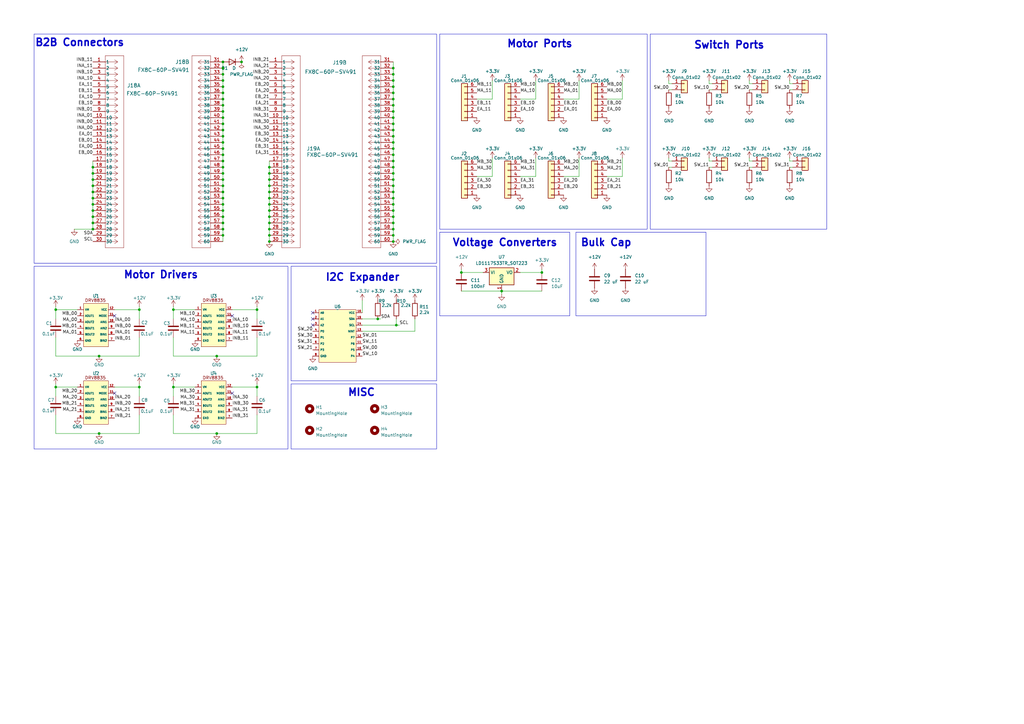
<source format=kicad_sch>
(kicad_sch (version 20231120) (generator "eeschema") (generator_version "8.0")
  (paper "A3")
  (junction (at 38.1 73.66))
  (junction (at 91.44 76.2))
  (junction (at 91.44 73.66))
  (junction (at 38.1 83.82))
  (junction (at 161.29 50.8))
  (junction (at 161.29 58.42))
  (junction (at 161.29 30.48))
  (junction (at 38.1 93.98))
  (junction (at 161.29 76.2))
  (junction (at 91.44 35.56))
  (junction (at 71.12 127))
  (junction (at 110.49 86.36))
  (junction (at 110.49 78.74))
  (junction (at 91.44 40.64))
  (junction (at 38.1 91.44))
  (junction (at 91.44 43.18))
  (junction (at 91.44 71.12))
  (junction (at 161.29 93.98))
  (junction (at 110.49 83.82))
  (junction (at 161.29 71.12))
  (junction (at 91.44 66.04))
  (junction (at 161.29 83.82))
  (junction (at 91.44 60.96))
  (junction (at 161.29 91.44))
  (junction (at 110.49 93.98))
  (junction (at 91.44 88.9))
  (junction (at 161.29 96.52))
  (junction (at 99.06 25.4))
  (junction (at 40.64 146.05))
  (junction (at 88.9 146.05))
  (junction (at 91.44 83.82))
  (junction (at 91.44 48.26))
  (junction (at 110.49 76.2))
  (junction (at 71.12 158.75))
  (junction (at 205.74 119.38))
  (junction (at 161.29 45.72))
  (junction (at 38.1 78.74))
  (junction (at 161.29 43.18))
  (junction (at 161.29 78.74))
  (junction (at 91.44 55.88))
  (junction (at 91.44 27.94))
  (junction (at 105.41 158.75))
  (junction (at 105.41 127))
  (junction (at 161.29 60.96))
  (junction (at 161.29 68.58))
  (junction (at 91.44 38.1))
  (junction (at 91.44 30.48))
  (junction (at 161.29 99.06))
  (junction (at 22.86 158.75))
  (junction (at 91.44 96.52))
  (junction (at 91.44 93.98))
  (junction (at 38.1 88.9))
  (junction (at 110.49 68.58))
  (junction (at 38.1 81.28))
  (junction (at 161.29 66.04))
  (junction (at 161.29 48.26))
  (junction (at 161.29 86.36))
  (junction (at 91.44 78.74))
  (junction (at 91.44 63.5))
  (junction (at 91.44 81.28))
  (junction (at 110.49 91.44))
  (junction (at 161.29 55.88))
  (junction (at 110.49 81.28))
  (junction (at 162.56 133.35))
  (junction (at 161.29 63.5))
  (junction (at 161.29 73.66))
  (junction (at 189.23 111.76))
  (junction (at 57.15 127))
  (junction (at 91.44 53.34))
  (junction (at 110.49 73.66))
  (junction (at 110.49 88.9))
  (junction (at 161.29 27.94))
  (junction (at 38.1 76.2))
  (junction (at 91.44 58.42))
  (junction (at 38.1 71.12))
  (junction (at 161.29 53.34))
  (junction (at 38.1 86.36))
  (junction (at 38.1 68.58))
  (junction (at 91.44 25.4))
  (junction (at 40.64 177.8))
  (junction (at 57.15 158.75))
  (junction (at 161.29 81.28))
  (junction (at 161.29 40.64))
  (junction (at 161.29 38.1))
  (junction (at 161.29 88.9))
  (junction (at 161.29 33.02))
  (junction (at 91.44 45.72))
  (junction (at 110.49 96.52))
  (junction (at 91.44 68.58))
  (junction (at 222.25 111.76))
  (junction (at 110.49 71.12))
  (junction (at 88.9 177.8))
  (junction (at 22.86 127))
  (junction (at 91.44 86.36))
  (junction (at 161.29 35.56))
  (junction (at 110.49 99.06))
  (junction (at 91.44 91.44))
  (junction (at 91.44 33.02))
  (junction (at 154.94 130.81))
  (junction (at 91.44 50.8))
  (no_connect (at 46.99 129.54))
  (no_connect (at 128.27 128.27))
  (no_connect (at 95.25 129.54))
  (no_connect (at 95.25 161.29))
  (no_connect (at 46.99 161.29))
  (no_connect (at 128.27 130.81))
  (no_connect (at 128.27 133.35))
  (wire (pts (xy 95.25 158.75) (xy 105.41 158.75)))
  (wire (pts (xy 201.93 72.39) (xy 201.93 64.77)))
  (wire (pts (xy 195.58 72.39) (xy 201.93 72.39)))
  (wire (pts (xy 91.44 81.28) (xy 91.44 83.82)))
  (wire (pts (xy 22.86 158.75) (xy 31.75 158.75)))
  (wire (pts (xy 161.29 81.28) (xy 161.29 83.82)))
  (wire (pts (xy 307.34 34.29) (xy 308.61 34.29)))
  (wire (pts (xy 161.29 35.56) (xy 161.29 38.1)))
  (wire (pts (xy 110.49 76.2) (xy 110.49 78.74)))
  (wire (pts (xy 40.64 146.05) (xy 22.86 146.05)))
  (wire (pts (xy 255.27 40.64) (xy 255.27 33.02)))
  (wire (pts (xy 105.41 158.75) (xy 105.41 162.56)))
  (wire (pts (xy 91.44 68.58) (xy 91.44 71.12)))
  (wire (pts (xy 148.59 133.35) (xy 162.56 133.35)))
  (wire (pts (xy 189.23 119.38) (xy 205.74 119.38)))
  (wire (pts (xy 91.44 53.34) (xy 91.44 55.88)))
  (wire (pts (xy 38.1 73.66) (xy 38.1 76.2)))
  (wire (pts (xy 161.29 93.98) (xy 161.29 96.52)))
  (wire (pts (xy 161.29 27.94) (xy 161.29 30.48)))
  (wire (pts (xy 38.1 78.74) (xy 38.1 81.28)))
  (wire (pts (xy 323.85 36.83) (xy 325.12 36.83)))
  (wire (pts (xy 91.44 93.98) (xy 91.44 96.52)))
  (wire (pts (xy 148.59 130.81) (xy 154.94 130.81)))
  (wire (pts (xy 161.29 68.58) (xy 161.29 71.12)))
  (wire (pts (xy 274.32 64.77) (xy 274.32 66.04)))
  (wire (pts (xy 91.44 38.1) (xy 91.44 40.64)))
  (wire (pts (xy 91.44 35.56) (xy 91.44 38.1)))
  (wire (pts (xy 274.32 34.29) (xy 275.59 34.29)))
  (wire (pts (xy 290.83 33.02) (xy 290.83 34.29)))
  (wire (pts (xy 105.41 146.05) (xy 88.9 146.05)))
  (wire (pts (xy 91.44 27.94) (xy 91.44 30.48)))
  (wire (pts (xy 274.32 66.04) (xy 275.59 66.04)))
  (wire (pts (xy 161.29 25.4) (xy 161.29 27.94)))
  (wire (pts (xy 71.12 127) (xy 71.12 125.73)))
  (wire (pts (xy 110.49 83.82) (xy 110.49 86.36)))
  (wire (pts (xy 231.14 40.64) (xy 237.49 40.64)))
  (wire (pts (xy 91.44 58.42) (xy 91.44 60.96)))
  (wire (pts (xy 91.44 91.44) (xy 91.44 93.98)))
  (wire (pts (xy 91.44 45.72) (xy 91.44 48.26)))
  (wire (pts (xy 57.15 127) (xy 57.15 130.81)))
  (wire (pts (xy 110.49 86.36) (xy 110.49 88.9)))
  (wire (pts (xy 213.36 40.64) (xy 219.71 40.64)))
  (wire (pts (xy 161.29 43.18) (xy 161.29 45.72)))
  (wire (pts (xy 38.1 88.9) (xy 38.1 91.44)))
  (wire (pts (xy 71.12 158.75) (xy 80.01 158.75)))
  (wire (pts (xy 105.41 127) (xy 105.41 125.73)))
  (wire (pts (xy 91.44 73.66) (xy 91.44 76.2)))
  (wire (pts (xy 161.29 86.36) (xy 161.29 88.9)))
  (wire (pts (xy 237.49 40.64) (xy 237.49 33.02)))
  (wire (pts (xy 91.44 40.64) (xy 91.44 43.18)))
  (wire (pts (xy 88.9 177.8) (xy 71.12 177.8)))
  (wire (pts (xy 290.83 36.83) (xy 292.1 36.83)))
  (wire (pts (xy 57.15 177.8) (xy 40.64 177.8)))
  (wire (pts (xy 161.29 53.34) (xy 161.29 55.88)))
  (wire (pts (xy 248.92 40.64) (xy 255.27 40.64)))
  (wire (pts (xy 71.12 177.8) (xy 71.12 170.18)))
  (wire (pts (xy 161.29 48.26) (xy 161.29 50.8)))
  (wire (pts (xy 88.9 146.05) (xy 71.12 146.05)))
  (wire (pts (xy 91.44 50.8) (xy 91.44 53.34)))
  (wire (pts (xy 22.86 127) (xy 22.86 125.73)))
  (wire (pts (xy 105.41 138.43) (xy 105.41 146.05)))
  (wire (pts (xy 71.12 146.05) (xy 71.12 138.43)))
  (wire (pts (xy 237.49 72.39) (xy 237.49 64.77)))
  (wire (pts (xy 91.44 63.5) (xy 91.44 66.04)))
  (wire (pts (xy 91.44 78.74) (xy 91.44 81.28)))
  (wire (pts (xy 323.85 66.04) (xy 325.12 66.04)))
  (wire (pts (xy 161.29 33.02) (xy 161.29 35.56)))
  (wire (pts (xy 290.83 34.29) (xy 292.1 34.29)))
  (wire (pts (xy 161.29 45.72) (xy 161.29 48.26)))
  (wire (pts (xy 161.29 76.2) (xy 161.29 78.74)))
  (wire (pts (xy 274.32 36.83) (xy 275.59 36.83)))
  (wire (pts (xy 110.49 71.12) (xy 110.49 73.66)))
  (wire (pts (xy 161.29 30.48) (xy 161.29 33.02)))
  (wire (pts (xy 38.1 81.28) (xy 38.1 83.82)))
  (wire (pts (xy 161.29 60.96) (xy 161.29 63.5)))
  (wire (pts (xy 57.15 158.75) (xy 57.15 162.56)))
  (wire (pts (xy 201.93 40.64) (xy 201.93 33.02)))
  (wire (pts (xy 38.1 83.82) (xy 38.1 86.36)))
  (wire (pts (xy 110.49 68.58) (xy 110.49 71.12)))
  (wire (pts (xy 91.44 88.9) (xy 91.44 91.44)))
  (wire (pts (xy 105.41 127) (xy 105.41 130.81)))
  (wire (pts (xy 105.41 177.8) (xy 88.9 177.8)))
  (wire (pts (xy 290.83 66.04) (xy 292.1 66.04)))
  (wire (pts (xy 46.99 158.75) (xy 57.15 158.75)))
  (wire (pts (xy 170.18 130.81) (xy 170.18 135.89)))
  (wire (pts (xy 91.44 55.88) (xy 91.44 58.42)))
  (wire (pts (xy 22.86 146.05) (xy 22.86 138.43)))
  (wire (pts (xy 323.85 64.77) (xy 323.85 66.04)))
  (wire (pts (xy 307.34 33.02) (xy 307.34 34.29)))
  (wire (pts (xy 148.59 135.89) (xy 170.18 135.89)))
  (wire (pts (xy 91.44 71.12) (xy 91.44 73.66)))
  (wire (pts (xy 38.1 68.58) (xy 38.1 71.12)))
  (wire (pts (xy 219.71 72.39) (xy 219.71 64.77)))
  (wire (pts (xy 22.86 127) (xy 22.86 130.81)))
  (wire (pts (xy 195.58 40.64) (xy 201.93 40.64)))
  (wire (pts (xy 148.59 123.19) (xy 148.59 128.27)))
  (wire (pts (xy 161.29 50.8) (xy 161.29 53.34)))
  (wire (pts (xy 110.49 91.44) (xy 110.49 93.98)))
  (wire (pts (xy 161.29 38.1) (xy 161.29 40.64)))
  (wire (pts (xy 110.49 66.04) (xy 110.49 68.58)))
  (wire (pts (xy 161.29 71.12) (xy 161.29 73.66)))
  (wire (pts (xy 91.44 30.48) (xy 91.44 33.02)))
  (wire (pts (xy 323.85 33.02) (xy 323.85 34.29)))
  (wire (pts (xy 57.15 170.18) (xy 57.15 177.8)))
  (wire (pts (xy 91.44 43.18) (xy 91.44 45.72)))
  (wire (pts (xy 161.29 83.82) (xy 161.29 86.36)))
  (wire (pts (xy 161.29 40.64) (xy 161.29 43.18)))
  (wire (pts (xy 40.64 177.8) (xy 22.86 177.8)))
  (wire (pts (xy 323.85 68.58) (xy 325.12 68.58)))
  (wire (pts (xy 71.12 127) (xy 71.12 130.81)))
  (wire (pts (xy 161.29 66.04) (xy 161.29 68.58)))
  (wire (pts (xy 57.15 127) (xy 57.15 125.73)))
  (wire (pts (xy 222.25 110.49) (xy 222.25 111.76)))
  (wire (pts (xy 161.29 73.66) (xy 161.29 76.2)))
  (wire (pts (xy 189.23 111.76) (xy 198.12 111.76)))
  (wire (pts (xy 57.15 138.43) (xy 57.15 146.05)))
  (wire (pts (xy 91.44 76.2) (xy 91.44 78.74)))
  (wire (pts (xy 105.41 158.75) (xy 105.41 157.48)))
  (wire (pts (xy 162.56 130.81) (xy 162.56 133.35)))
  (wire (pts (xy 22.86 127) (xy 31.75 127)))
  (wire (pts (xy 91.44 33.02) (xy 91.44 35.56)))
  (wire (pts (xy 91.44 25.4) (xy 91.44 27.94)))
  (wire (pts (xy 110.49 81.28) (xy 110.49 83.82)))
  (wire (pts (xy 38.1 66.04) (xy 38.1 68.58)))
  (wire (pts (xy 307.34 66.04) (xy 308.61 66.04)))
  (wire (pts (xy 91.44 66.04) (xy 91.44 68.58)))
  (wire (pts (xy 110.49 96.52) (xy 110.49 99.06)))
  (wire (pts (xy 274.32 33.02) (xy 274.32 34.29)))
  (wire (pts (xy 91.44 60.96) (xy 91.44 63.5)))
  (wire (pts (xy 290.83 64.77) (xy 290.83 66.04)))
  (wire (pts (xy 91.44 48.26) (xy 91.44 50.8)))
  (wire (pts (xy 189.23 110.49) (xy 189.23 111.76)))
  (wire (pts (xy 213.36 111.76) (xy 222.25 111.76)))
  (wire (pts (xy 110.49 78.74) (xy 110.49 81.28)))
  (wire (pts (xy 22.86 177.8) (xy 22.86 170.18)))
  (wire (pts (xy 91.44 86.36) (xy 91.44 88.9)))
  (wire (pts (xy 22.86 158.75) (xy 22.86 162.56)))
  (wire (pts (xy 57.15 146.05) (xy 40.64 146.05)))
  (wire (pts (xy 46.99 127) (xy 57.15 127)))
  (wire (pts (xy 161.29 96.52) (xy 161.29 99.06)))
  (wire (pts (xy 274.32 68.58) (xy 275.59 68.58)))
  (wire (pts (xy 161.29 58.42) (xy 161.29 60.96)))
  (wire (pts (xy 110.49 93.98) (xy 110.49 96.52)))
  (wire (pts (xy 71.12 158.75) (xy 71.12 162.56)))
  (wire (pts (xy 205.74 119.38) (xy 222.25 119.38)))
  (wire (pts (xy 91.44 83.82) (xy 91.44 86.36)))
  (wire (pts (xy 205.74 119.38) (xy 205.74 120.65)))
  (wire (pts (xy 231.14 72.39) (xy 237.49 72.39)))
  (wire (pts (xy 71.12 127) (xy 80.01 127)))
  (wire (pts (xy 161.29 91.44) (xy 161.29 93.98)))
  (wire (pts (xy 110.49 73.66) (xy 110.49 76.2)))
  (wire (pts (xy 161.29 88.9) (xy 161.29 91.44)))
  (wire (pts (xy 91.44 96.52) (xy 91.44 99.06)))
  (wire (pts (xy 307.34 64.77) (xy 307.34 66.04)))
  (wire (pts (xy 162.56 133.35) (xy 163.83 133.35)))
  (wire (pts (xy 38.1 76.2) (xy 38.1 78.74)))
  (wire (pts (xy 38.1 71.12) (xy 38.1 73.66)))
  (wire (pts (xy 161.29 63.5) (xy 161.29 66.04)))
  (wire (pts (xy 30.48 93.98) (xy 38.1 93.98)))
  (wire (pts (xy 22.86 158.75) (xy 22.86 157.48)))
  (wire (pts (xy 105.41 170.18) (xy 105.41 177.8)))
  (wire (pts (xy 307.34 68.58) (xy 308.61 68.58)))
  (wire (pts (xy 95.25 127) (xy 105.41 127)))
  (wire (pts (xy 323.85 34.29) (xy 325.12 34.29)))
  (wire (pts (xy 290.83 68.58) (xy 292.1 68.58)))
  (wire (pts (xy 213.36 72.39) (xy 219.71 72.39)))
  (wire (pts (xy 255.27 72.39) (xy 255.27 64.77)))
  (wire (pts (xy 71.12 158.75) (xy 71.12 157.48)))
  (wire (pts (xy 38.1 91.44) (xy 38.1 93.98)))
  (wire (pts (xy 248.92 72.39) (xy 255.27 72.39)))
  (wire (pts (xy 307.34 36.83) (xy 308.61 36.83)))
  (wire (pts (xy 154.94 130.81) (xy 156.21 130.81)))
  (wire (pts (xy 57.15 158.75) (xy 57.15 157.48)))
  (wire (pts (xy 161.29 78.74) (xy 161.29 81.28)))
  (wire (pts (xy 161.29 55.88) (xy 161.29 58.42)))
  (wire (pts (xy 219.71 40.64) (xy 219.71 33.02)))
  (wire (pts (xy 110.49 88.9) (xy 110.49 91.44)))
  (wire (pts (xy 38.1 86.36) (xy 38.1 88.9)))
  (rectangle (start 119.38 157.48) (end 179.07 184.15))
  (rectangle (start 119.38 109.22) (end 179.07 156.21))
  (rectangle (start 236.22 95.25) (end 289.56 129.54))
  (rectangle (start 13.97 109.22) (end 118.11 184.15))
  (rectangle (start 13.97 13.97) (end 179.07 107.95))
  (rectangle (start 180.34 95.25) (end 233.68 129.54))
  (rectangle (start 180.34 13.97) (end 265.43 93.98))
  (rectangle (start 266.7 13.97) (end 339.09 93.98))
  (text "B2B Connectors" (at 14.224 19.304 0) (effects (font (size 3 3) (thickness 0.6) (bold yes)) (justify left bottom)))
  (text "Bulk Cap" (at 237.998 101.346 0) (effects (font (size 3 3) (thickness 0.6) (bold yes)) (justify left bottom)))
  (text "Voltage Converters" (at 185.42 101.346 0) (effects (font (size 3 3) (thickness 0.6) (bold yes)) (justify left bottom)))
  (text "I2C Expander" (at 133.35 115.57 0) (effects (font (size 3 3) (thickness 0.6) (bold yes)) (justify left bottom)))
  (text "Motor Ports" (at 207.772 19.812 0) (effects (font (size 3 3) (thickness 0.6) (bold yes)) (justify left bottom)))
  (text "Switch Ports" (at 284.48 20.32 0) (effects (font (size 3 3) (thickness 0.6) (bold yes)) (justify left bottom)))
  (text "MISC" (at 142.494 162.814 0) (effects (font (size 3 3) (thickness 0.6) (bold yes)) (justify left bottom)))
  (text "Motor Drivers" (at 50.546 114.554 0) (effects (font (size 3 3) (thickness 0.6) (bold yes)) (justify left bottom)))
  (label "SW_30" (at 323.85 36.83 180))
  (label "MB_21" (at 31.75 166.37 180))
  (label "EA_21" (at 248.92 74.93 0))
  (label "EA_10" (at 213.36 45.72 0))
  (label "MA_00" (at 248.92 38.1 0))
  (label "EA_31" (at 110.49 63.5 180))
  (label "INA_20" (at 46.99 163.83 0))
  (label "MB_31" (at 80.01 166.37 180))
  (label "SW_01" (at 274.32 68.58 180))
  (label "INB_20" (at 110.49 30.48 180))
  (label "EB_01" (at 38.1 58.42 180))
  (label "EB_21" (at 110.49 40.64 180))
  (label "INA_01" (at 38.1 48.26 180))
  (label "SW_11" (at 148.59 140.97 0))
  (label "MA_11" (at 195.58 38.1 0))
  (label "INB_01" (at 46.99 139.7 0))
  (label "MB_01" (at 31.75 134.62 180))
  (label "MA_11" (at 80.01 137.16 180))
  (label "INB_31" (at 110.49 45.72 180))
  (label "INA_31" (at 110.49 48.26 180))
  (label "MA_00" (at 31.75 132.08 180))
  (label "EA_11" (at 38.1 35.56 180))
  (label "MB_21" (at 248.92 67.31 0))
  (label "EA_01" (at 231.14 45.72 0))
  (label "EA_10" (at 38.1 40.64 180))
  (label "INA_00" (at 46.99 132.08 0))
  (label "MB_20" (at 31.75 161.29 180))
  (label "MA_01" (at 231.14 38.1 0))
  (label "INB_01" (at 38.1 45.72 180))
  (label "MA_10" (at 80.01 132.08 180))
  (label "EB_11" (at 38.1 38.1 180))
  (label "INA_31" (at 95.25 168.91 0))
  (label "INB_10" (at 38.1 30.48 180))
  (label "MA_01" (at 31.75 137.16 180))
  (label "SDA" (at 38.1 96.52 180))
  (label "SW_21" (at 128.27 143.51 180))
  (label "INB_31" (at 95.25 171.45 0))
  (label "SW_21" (at 307.34 68.58 180))
  (label "INA_21" (at 110.49 27.94 180))
  (label "EA_20" (at 110.49 38.1 180))
  (label "EA_01" (at 38.1 55.88 180))
  (label "EB_20" (at 110.49 35.56 180))
  (label "INA_01" (at 46.99 137.16 0))
  (label "MA_21" (at 31.75 168.91 180))
  (label "INB_00" (at 46.99 134.62 0))
  (label "SCL" (at 163.83 133.35 0))
  (label "MA_31" (at 213.36 69.85 0))
  (label "INA_00" (at 38.1 53.34 180))
  (label "MB_10" (at 80.01 129.54 180))
  (label "EA_20" (at 231.14 74.93 0))
  (label "EB_30" (at 195.58 77.47 0))
  (label "EB_21" (at 248.92 77.47 0))
  (label "EB_20" (at 231.14 77.47 0))
  (label "EA_21" (at 110.49 43.18 180))
  (label "SW_00" (at 274.32 36.83 180))
  (label "MB_11" (at 80.01 134.62 180))
  (label "EA_30" (at 195.58 74.93 0))
  (label "EA_30" (at 110.49 58.42 180))
  (label "EA_11" (at 195.58 45.72 0))
  (label "EB_31" (at 213.36 77.47 0))
  (label "SW_01" (at 148.59 138.43 0))
  (label "INA_21" (at 46.99 168.91 0))
  (label "INA_10" (at 95.25 132.08 0))
  (label "SW_20" (at 307.34 36.83 180))
  (label "MA_20" (at 31.75 163.83 180))
  (label "MB_20" (at 231.14 67.31 0))
  (label "SW_30" (at 128.27 138.43 180))
  (label "SW_31" (at 128.27 140.97 180))
  (label "MB_10" (at 213.36 35.56 0))
  (label "INA_11" (at 95.25 137.16 0))
  (label "EB_30" (at 110.49 55.88 180))
  (label "INB_20" (at 46.99 166.37 0))
  (label "INA_11" (at 38.1 27.94 180))
  (label "EA_31" (at 213.36 74.93 0))
  (label "SCL" (at 38.1 99.06 180))
  (label "MB_00" (at 248.92 35.56 0))
  (label "SW_31" (at 323.85 68.58 180))
  (label "INA_30" (at 110.49 53.34 180))
  (label "SW_20" (at 128.27 135.89 180))
  (label "MB_01" (at 231.14 35.56 0))
  (label "INB_30" (at 110.49 50.8 180))
  (label "MA_30" (at 195.58 69.85 0))
  (label "INB_30" (at 95.25 166.37 0))
  (label "INA_10" (at 38.1 33.02 180))
  (label "EB_10" (at 38.1 43.18 180))
  (label "EB_01" (at 231.14 43.18 0))
  (label "EB_10" (at 213.36 43.18 0))
  (label "MA_30" (at 80.01 163.83 180))
  (label "EB_11" (at 195.58 43.18 0))
  (label "INA_20" (at 110.49 33.02 180))
  (label "MB_00" (at 31.75 129.54 180))
  (label "MA_20" (at 231.14 69.85 0))
  (label "MB_30" (at 195.58 67.31 0))
  (label "MB_11" (at 195.58 35.56 0))
  (label "EB_00" (at 38.1 63.5 180))
  (label "MA_21" (at 248.92 69.85 0))
  (label "SW_11" (at 290.83 68.58 180))
  (label "EB_00" (at 248.92 43.18 0))
  (label "SDA" (at 156.21 130.81 0))
  (label "INB_11" (at 95.25 139.7 0))
  (label "MB_31" (at 213.36 67.31 0))
  (label "SW_10" (at 148.59 146.05 0))
  (label "INB_21" (at 110.49 25.4 180))
  (label "SW_00" (at 148.59 143.51 0))
  (label "MA_10" (at 213.36 38.1 0))
  (label "INB_10" (at 95.25 134.62 0))
  (label "EA_00" (at 38.1 60.96 180))
  (label "EB_31" (at 110.49 60.96 180))
  (label "INB_21" (at 46.99 171.45 0))
  (label "MB_30" (at 80.01 161.29 180))
  (label "SW_10" (at 290.83 36.83 180))
  (label "INB_00" (at 38.1 50.8 180))
  (label "INA_30" (at 95.25 163.83 0))
  (label "INB_11" (at 38.1 25.4 180))
  (label "MA_31" (at 80.01 168.91 180))
  (label "EA_00" (at 248.92 45.72 0))
  (symbol (lib_id "power:+3.3V") (at 307.34 64.77 0) (unit 1)
    (property "Reference" "#PWR027" (effects (hide yes)))
    (property "Value" "+3.3V" (at 307.34 60.96 0))
    (property "Description" "Power symbol creates a global label with name \"+3.3V\"" (effects (hide yes)))
  )
  (symbol (lib_id "Device:R") (at 274.32 72.39 0) (unit 1)
    (property "Reference" "R2" (at 276.86 71.1199 0) (effects (justify left)))
    (property "Value" "10k" (at 276.86 73.6599 0) (effects (justify left)))
    (property "Footprint" "Resistor_SMD:R_0603_1608Metric_Pad0.98x0.95mm_HandSolder" (effects (hide yes)))
    (property "Description" "Resistor" (effects (hide yes)))
  )
  (symbol (lib_id "Connector_Generic:Conn_01x02") (at 330.2 34.29 0) (unit 1)
    (property "Reference" "J15" (at 328.93 29.21 0) (effects (justify left)))
    (property "Value" "Conn_01x02" (at 325.12 31.75 0) (effects (justify left)))
    (property "Footprint" "Connector_JST:JST_GH_SM02B-GHS-TB_1x02-1MP_P1.25mm_Horizontal" (effects (hide yes)))
    (property "Description" "Generic connector, single row, 01x02, script generated (kicad-library-utils/schlib/autogen/connector/)" (effects (hide yes)))
  )
  (symbol (lib_id "power:+3.3V") (at 274.32 64.77 0) (unit 1)
    (property "Reference" "#PWR019" (effects (hide yes)))
    (property "Value" "+3.3V" (at 274.32 60.96 0))
    (property "Description" "Power symbol creates a global label with name \"+3.3V\"" (effects (hide yes)))
  )
  (symbol (lib_id "FX8C-60P-SV4:FX8C-60P-SV491") (at 161.29 25.4 0) (mirror y) (unit 2)
    (property "Reference" "J19" (at 142.24 25.654 0) (effects (font (size 1.524 1.524)) (justify left)))
    (property "Value" "FX8C-60P-SV491" (at 146.304 29.464 0) (effects (font (size 1.524 1.524)) (justify left)))
    (property "Footprint" "FX8C-60P-SV4:CONN_P-SV491" (effects (hide yes)))
    (property "Datasheet" "FX8C-60P-SV491" (effects (hide yes)))
  )
  (symbol (lib_id "power:GND") (at 323.85 76.2 0) (unit 1)
    (property "Reference" "#PWR032" (effects (hide yes)))
    (property "Value" "GND" (at 323.85 81.28 0))
    (property "Description" "Power symbol creates a global label with name \"GND\" , ground" (effects (hide yes)))
  )
  (symbol (lib_id "power:+3.3V") (at 201.93 33.02 0) (mirror y) (unit 1)
    (property "Reference" "#PWR03" (effects (hide yes)))
    (property "Value" "+3.3V" (at 201.93 29.21 0))
    (property "Description" "Power symbol creates a global label with name \"+3.3V\"" (effects (hide yes)))
  )
  (symbol (lib_id "Device:R") (at 290.83 40.64 0) (unit 1)
    (property "Reference" "R3" (at 293.37 39.3699 0) (effects (justify left)))
    (property "Value" "10k" (at 293.37 41.9099 0) (effects (justify left)))
    (property "Footprint" "Resistor_SMD:R_0603_1608Metric_Pad0.98x0.95mm_HandSolder" (effects (hide yes)))
    (property "Description" "Resistor" (effects (hide yes)))
  )
  (symbol (lib_id "RiskyBear:DRV8835") (at 39.37 124.46 0) (unit 1)
    (property "Reference" "U1" (at 39.37 121.412 0))
    (property "Value" "~" (at 39.37 120.65 0))
    (property "Footprint" "Package_DFN_QFN:TDFN-12_2x3mm_P0.5mm" (effects (hide yes)))
  )
  (symbol (lib_id "RiskyBear:DRV8835") (at 39.37 156.21 0) (unit 1)
    (property "Reference" "U2" (at 39.37 153.162 0))
    (property "Value" "~" (at 39.37 152.4 0))
    (property "Footprint" "Package_DFN_QFN:TDFN-12_2x3mm_P0.5mm" (effects (hide yes)))
  )
  (symbol (lib_id "Connector_Generic:Conn_01x06") (at 190.5 43.18 180) (unit 1)
    (property "Reference" "J1" (at 191.516 31.242 0) (effects (justify left)))
    (property "Value" "Conn_01x06" (at 196.596 33.02 0) (effects (justify left)))
    (property "Footprint" "Connector_JST:JST_SH_BM06B-SRSS-TB_1x06-1MP_P1.00mm_Vertical" (effects (hide yes)))
    (property "Description" "Generic connector, single row, 01x06, script generated (kicad-library-utils/schlib/autogen/connector/)" (effects (hide yes)))
  )
  (symbol (lib_id "Device:C") (at 105.41 134.62 0) (unit 1)
    (property "Reference" "C4" (at 106.172 132.334 0) (effects (justify left)))
    (property "Value" "0.1uF" (at 105.918 136.906 0) (effects (justify left)))
    (property "Footprint" "Capacitor_SMD:C_0805_2012Metric" (effects (hide yes)))
    (property "Description" "Unpolarized capacitor" (effects (hide yes)))
  )
  (symbol (lib_id "Connector_Generic:Conn_01x06") (at 243.84 43.18 180) (unit 1)
    (property "Reference" "J7" (at 244.856 31.242 0) (effects (justify left)))
    (property "Value" "Conn_01x06" (at 249.936 33.02 0) (effects (justify left)))
    (property "Footprint" "Connector_JST:JST_SH_BM06B-SRSS-TB_1x06-1MP_P1.00mm_Vertical" (effects (hide yes)))
    (property "Description" "Generic connector, single row, 01x06, script generated (kicad-library-utils/schlib/autogen/connector/)" (effects (hide yes)))
  )
  (symbol (lib_id "power:GND") (at 243.84 118.11 0) (unit 1)
    (property "Reference" "#PWR043" (effects (hide yes)))
    (property "Value" "GND" (at 243.84 123.19 0))
    (property "Description" "Power symbol creates a global label with name \"GND\" , ground" (effects (hide yes)))
  )
  (symbol (lib_id "power:GND") (at 231.14 48.26 0) (mirror y) (unit 1)
    (property "Reference" "#PWR09" (effects (hide yes)))
    (property "Value" "GND" (at 231.14 53.34 0))
    (property "Description" "Power symbol creates a global label with name \"GND\" , ground" (effects (hide yes)))
  )
  (symbol (lib_id "FX8C-60P-SV4:FX8C-60P-SV491") (at 110.49 25.4 0) (unit 1)
    (property "Reference" "J19" (at 125.73 60.9599 0) (effects (font (size 1.524 1.524)) (justify left)))
    (property "Value" "FX8C-60P-SV491" (at 125.73 63.4999 0) (effects (font (size 1.524 1.524)) (justify left)))
    (property "Footprint" "FX8C-60P-SV4:CONN_P-SV491" (effects (hide yes)))
    (property "Datasheet" "FX8C-60P-SV491" (effects (hide yes)))
  )
  (symbol (lib_id "power:+3.3V") (at 170.18 123.19 0) (unit 1)
    (property "Reference" "#PWR055" (effects (hide yes)))
    (property "Value" "+3.3V" (at 170.18 119.38 0))
    (property "Description" "Power symbol creates a global label with name \"+3.3V\"" (effects (hide yes)))
  )
  (symbol (lib_id "power:+3.3V") (at 148.59 123.19 0) (unit 1)
    (property "Reference" "#PWR052" (effects (hide yes)))
    (property "Value" "+3.3V" (at 148.59 119.38 0))
    (property "Description" "Power symbol creates a global label with name \"+3.3V\"" (effects (hide yes)))
  )
  (symbol (lib_id "power:+3.3V") (at 290.83 64.77 0) (unit 1)
    (property "Reference" "#PWR023" (effects (hide yes)))
    (property "Value" "+3.3V" (at 290.83 60.96 0))
    (property "Description" "Power symbol creates a global label with name \"+3.3V\"" (effects (hide yes)))
  )
  (symbol (lib_id "power:+3.3V") (at 290.83 33.02 0) (unit 1)
    (property "Reference" "#PWR021" (effects (hide yes)))
    (property "Value" "+3.3V" (at 290.83 29.21 0))
    (property "Description" "Power symbol creates a global label with name \"+3.3V\"" (effects (hide yes)))
  )
  (symbol (lib_id "power:GND") (at 248.92 80.01 0) (mirror y) (unit 1)
    (property "Reference" "#PWR014" (effects (hide yes)))
    (property "Value" "GND" (at 248.92 85.09 0))
    (property "Description" "Power symbol creates a global label with name \"GND\" , ground" (effects (hide yes)))
  )
  (symbol (lib_id "power:GND") (at 290.83 76.2 0) (unit 1)
    (property "Reference" "#PWR024" (effects (hide yes)))
    (property "Value" "GND" (at 290.83 81.28 0))
    (property "Description" "Power symbol creates a global label with name \"GND\" , ground" (effects (hide yes)))
  )
  (symbol (lib_id "Connector_Generic:Conn_01x06") (at 243.84 74.93 180) (unit 1)
    (property "Reference" "J8" (at 244.856 62.992 0) (effects (justify left)))
    (property "Value" "Conn_01x06" (at 249.936 64.77 0) (effects (justify left)))
    (property "Footprint" "Connector_JST:JST_SH_BM06B-SRSS-TB_1x06-1MP_P1.00mm_Vertical" (effects (hide yes)))
    (property "Description" "Generic connector, single row, 01x06, script generated (kicad-library-utils/schlib/autogen/connector/)" (effects (hide yes)))
  )
  (symbol (lib_id "FX8C-60P-SV4:FX8C-60P-SV491") (at 38.1 25.4 0) (unit 1)
    (property "Reference" "J18" (at 52.07 35.052 0) (effects (font (size 1.524 1.524)) (justify left)))
    (property "Value" "FX8C-60P-SV491" (at 51.816 38.354 0) (effects (font (size 1.524 1.524)) (justify left)))
    (property "Footprint" "FX8C-60P-SV4:CONN_P-SV491" (effects (hide yes)))
    (property "Datasheet" "FX8C-60P-SV491" (effects (hide yes)))
  )
  (symbol (lib_id "power:GND") (at 40.64 177.8 0) (unit 1)
    (property "Reference" "#PWR072" (effects (hide yes)))
    (property "Value" "GND" (at 40.64 181.356 0))
    (property "Description" "Power symbol creates a global label with name \"GND\" , ground" (effects (hide yes)))
  )
  (symbol (lib_id "power:+12V") (at 105.41 125.73 0) (unit 1)
    (property "Reference" "#PWR047" (effects (hide yes)))
    (property "Value" "+12V" (at 105.41 122.174 0))
    (property "Description" "Power symbol creates a global label with name \"+12V\"" (effects (hide yes)))
  )
  (symbol (lib_id "Device:C") (at 57.15 134.62 0) (unit 1)
    (property "Reference" "C2" (at 57.912 132.334 0) (effects (justify left)))
    (property "Value" "0.1uF" (at 57.658 136.906 0) (effects (justify left)))
    (property "Footprint" "Capacitor_SMD:C_0805_2012Metric" (effects (hide yes)))
    (property "Description" "Unpolarized capacitor" (effects (hide yes)))
  )
  (symbol (lib_id "Connector_Generic:Conn_01x02") (at 313.69 34.29 0) (unit 1)
    (property "Reference" "J13" (at 312.42 29.21 0) (effects (justify left)))
    (property "Value" "Conn_01x02" (at 308.61 31.75 0) (effects (justify left)))
    (property "Footprint" "Connector_JST:JST_GH_SM02B-GHS-TB_1x02-1MP_P1.25mm_Horizontal" (effects (hide yes)))
    (property "Description" "Generic connector, single row, 01x02, script generated (kicad-library-utils/schlib/autogen/connector/)" (effects (hide yes)))
  )
  (symbol (lib_id "Device:C") (at 71.12 166.37 0) (unit 1)
    (property "Reference" "C5" (at 67.056 164.338 0) (effects (justify left)))
    (property "Value" "0.1uF" (at 65.532 168.656 0) (effects (justify left)))
    (property "Footprint" "Capacitor_SMD:C_0805_2012Metric" (effects (hide yes)))
    (property "Description" "Unpolarized capacitor" (effects (hide yes)))
  )
  (symbol (lib_id "Connector_Generic:Conn_01x06") (at 208.28 74.93 180) (unit 1)
    (property "Reference" "J4" (at 209.296 62.992 0) (effects (justify left)))
    (property "Value" "Conn_01x06" (at 214.376 64.77 0) (effects (justify left)))
    (property "Footprint" "Connector_JST:JST_SH_BM06B-SRSS-TB_1x06-1MP_P1.00mm_Vertical" (effects (hide yes)))
    (property "Description" "Generic connector, single row, 01x06, script generated (kicad-library-utils/schlib/autogen/connector/)" (effects (hide yes)))
  )
  (symbol (lib_id "Device:C") (at 57.15 166.37 0) (unit 1)
    (property "Reference" "C8" (at 57.912 164.084 0) (effects (justify left)))
    (property "Value" "0.1uF" (at 57.658 168.656 0) (effects (justify left)))
    (property "Footprint" "Capacitor_SMD:C_0805_2012Metric" (effects (hide yes)))
    (property "Description" "Unpolarized capacitor" (effects (hide yes)))
  )
  (symbol (lib_id "power:GND") (at 128.27 146.05 0) (unit 1)
    (property "Reference" "#PWR051" (effects (hide yes)))
    (property "Value" "GND" (at 128.27 151.13 0))
    (property "Description" "Power symbol creates a global label with name \"GND\" , ground" (effects (hide yes)))
  )
  (symbol (lib_id "Device:R") (at 274.32 40.64 0) (unit 1)
    (property "Reference" "R1" (at 276.86 39.3699 0) (effects (justify left)))
    (property "Value" "10k" (at 276.86 41.9099 0) (effects (justify left)))
    (property "Footprint" "Resistor_SMD:R_0603_1608Metric_Pad0.98x0.95mm_HandSolder" (effects (hide yes)))
    (property "Description" "Resistor" (effects (hide yes)))
  )
  (symbol (lib_id "Connector_Generic:Conn_01x06") (at 226.06 43.18 180) (unit 1)
    (property "Reference" "J5" (at 227.076 31.242 0) (effects (justify left)))
    (property "Value" "Conn_01x06" (at 232.156 33.02 0) (effects (justify left)))
    (property "Footprint" "Connector_JST:JST_SH_BM06B-SRSS-TB_1x06-1MP_P1.00mm_Vertical" (effects (hide yes)))
    (property "Description" "Generic connector, single row, 01x06, script generated (kicad-library-utils/schlib/autogen/connector/)" (effects (hide yes)))
  )
  (symbol (lib_id "Connector_Generic:Conn_01x06") (at 190.5 74.93 180) (unit 1)
    (property "Reference" "J2" (at 191.516 62.992 0) (effects (justify left)))
    (property "Value" "Conn_01x06" (at 196.596 64.77 0) (effects (justify left)))
    (property "Footprint" "Connector_JST:JST_SH_BM06B-SRSS-TB_1x06-1MP_P1.00mm_Vertical" (effects (hide yes)))
    (property "Description" "Generic connector, single row, 01x06, script generated (kicad-library-utils/schlib/autogen/connector/)" (effects (hide yes)))
  )
  (symbol (lib_id "Device:R") (at 162.56 127 0) (unit 1)
    (property "Reference" "R10" (at 162.56 123.444 0) (effects (justify left)))
    (property "Value" "2.2k" (at 164.338 125.222 0) (effects (justify left)))
    (property "Footprint" "Resistor_SMD:R_0603_1608Metric_Pad0.98x0.95mm_HandSolder" (effects (hide yes)))
    (property "Description" "Resistor" (effects (hide yes)))
  )
  (symbol (lib_id "power:GND") (at 195.58 80.01 0) (mirror y) (unit 1)
    (property "Reference" "#PWR02" (effects (hide yes)))
    (property "Value" "GND" (at 195.58 85.09 0))
    (property "Description" "Power symbol creates a global label with name \"GND\" , ground" (effects (hide yes)))
  )
  (symbol (lib_id "power:GND") (at 161.29 99.06 0) (unit 1)
    (property "Reference" "#PWR058" (effects (hide yes)))
    (property "Value" "GND" (at 161.29 104.14 0))
    (property "Description" "Power symbol creates a global label with name \"GND\" , ground" (effects (hide yes)))
  )
  (symbol (lib_id "power:GND") (at 213.36 48.26 0) (mirror y) (unit 1)
    (property "Reference" "#PWR05" (effects (hide yes)))
    (property "Value" "GND" (at 213.36 53.34 0))
    (property "Description" "Power symbol creates a global label with name \"GND\" , ground" (effects (hide yes)))
  )
  (symbol (lib_id "Device:C") (at 22.86 134.62 0) (unit 1)
    (property "Reference" "C1" (at 18.796 132.588 0) (effects (justify left)))
    (property "Value" "0.1uF" (at 17.272 136.906 0) (effects (justify left)))
    (property "Footprint" "Capacitor_SMD:C_0805_2012Metric" (effects (hide yes)))
    (property "Description" "Unpolarized capacitor" (effects (hide yes)))
  )
  (symbol (lib_id "power:+12V") (at 256.54 110.49 0) (unit 1)
    (property "Reference" "#PWR044" (effects (hide yes)))
    (property "Value" "+12V" (at 256.54 105.41 0))
    (property "Description" "Power symbol creates a global label with name \"+12V\"" (effects (hide yes)))
  )
  (symbol (lib_id "Regulator_Linear:LD1117S33TR_SOT223") (at 205.74 111.76 0) (unit 1)
    (property "Reference" "U7" (at 205.74 105.41 0))
    (property "Value" "LD1117S33TR_SOT223" (at 205.74 107.95 0))
    (property "Footprint" "Package_TO_SOT_SMD:SOT-223-3_TabPin2" (effects (hide yes)))
    (property "Datasheet" "http://www.st.com/st-web-ui/static/active/en/resource/technical/document/datasheet/CD00000544.pdf" (effects (hide yes)))
    (property "Description" "800mA Fixed Low Drop Positive Voltage Regulator, Fixed Output 3.3V, SOT-223" (effects (hide yes)))
  )
  (symbol (lib_id "Connector_Generic:Conn_01x02") (at 313.69 66.04 0) (unit 1)
    (property "Reference" "J14" (at 312.42 60.96 0) (effects (justify left)))
    (property "Value" "Conn_01x02" (at 308.61 63.5 0) (effects (justify left)))
    (property "Footprint" "Connector_JST:JST_GH_SM02B-GHS-TB_1x02-1MP_P1.25mm_Horizontal" (effects (hide yes)))
    (property "Description" "Generic connector, single row, 01x02, script generated (kicad-library-utils/schlib/autogen/connector/)" (effects (hide yes)))
  )
  (symbol (lib_id "Device:C") (at 189.23 115.57 0) (unit 1)
    (property "Reference" "C11" (at 193.04 114.935 0) (effects (justify left)))
    (property "Value" "100nF" (at 193.04 117.475 0) (effects (justify left)))
    (property "Footprint" "Capacitor_SMD:C_0805_2012Metric" (effects (hide yes)))
    (property "Description" "Unpolarized capacitor" (effects (hide yes)))
  )
  (symbol (lib_id "power:+3.3V") (at 71.12 125.73 0) (unit 1)
    (property "Reference" "#PWR039" (effects (hide yes)))
    (property "Value" "+3.3V" (at 71.12 122.174 0))
    (property "Description" "Power symbol creates a global label with name \"+3.3V\"" (effects (hide yes)))
  )
  (symbol (lib_id "Mechanical:MountingHole") (at 127 176.53 0) (unit 1)
    (property "Reference" "H2" (at 129.54 175.895 0) (effects (justify left)))
    (property "Value" "MountingHole" (at 129.54 178.435 0) (effects (justify left)))
    (property "Footprint" "MountingHole:MountingHole_3.2mm_M3" (effects (hide yes)))
    (property "Description" "Mounting Hole without connection" (effects (hide yes)))
  )
  (symbol (lib_id "power:+3.3V") (at 237.49 64.77 0) (mirror y) (unit 1)
    (property "Reference" "#PWR012" (effects (hide yes)))
    (property "Value" "+3.3V" (at 237.49 60.96 0))
    (property "Description" "Power symbol creates a global label with name \"+3.3V\"" (effects (hide yes)))
  )
  (symbol (lib_id "power:GND") (at 88.9 146.05 0) (unit 1)
    (property "Reference" "#PWR040" (effects (hide yes)))
    (property "Value" "GND" (at 88.9 149.606 0))
    (property "Description" "Power symbol creates a global label with name \"GND\" , ground" (effects (hide yes)))
  )
  (symbol (lib_id "power:+3.3V") (at 219.71 64.77 0) (mirror y) (unit 1)
    (property "Reference" "#PWR08" (effects (hide yes)))
    (property "Value" "+3.3V" (at 219.71 60.96 0))
    (property "Description" "Power symbol creates a global label with name \"+3.3V\"" (effects (hide yes)))
  )
  (symbol (lib_id "Mechanical:MountingHole") (at 153.67 167.64 0) (unit 1)
    (property "Reference" "H3" (at 156.21 167.005 0) (effects (justify left)))
    (property "Value" "MountingHole" (at 156.21 169.545 0) (effects (justify left)))
    (property "Footprint" "MountingHole:MountingHole_3.2mm_M3" (effects (hide yes)))
    (property "Description" "Mounting Hole without connection" (effects (hide yes)))
  )
  (symbol (lib_id "power:GND") (at 307.34 76.2 0) (unit 1)
    (property "Reference" "#PWR028" (effects (hide yes)))
    (property "Value" "GND" (at 307.34 81.28 0))
    (property "Description" "Power symbol creates a global label with name \"GND\" , ground" (effects (hide yes)))
  )
  (symbol (lib_id "Connector_Generic:Conn_01x02") (at 330.2 66.04 0) (unit 1)
    (property "Reference" "J16" (at 328.93 60.96 0) (effects (justify left)))
    (property "Value" "Conn_01x02" (at 325.12 63.5 0) (effects (justify left)))
    (property "Footprint" "Connector_JST:JST_GH_SM02B-GHS-TB_1x02-1MP_P1.25mm_Horizontal" (effects (hide yes)))
    (property "Description" "Generic connector, single row, 01x02, script generated (kicad-library-utils/schlib/autogen/connector/)" (effects (hide yes)))
  )
  (symbol (lib_id "power:GND") (at 88.9 177.8 0) (unit 1)
    (property "Reference" "#PWR056" (effects (hide yes)))
    (property "Value" "GND" (at 88.9 181.356 0))
    (property "Description" "Power symbol creates a global label with name \"GND\" , ground" (effects (hide yes)))
  )
  (symbol (lib_id "power:GND") (at 30.48 93.98 0) (unit 1)
    (property "Reference" "#PWR059" (effects (hide yes)))
    (property "Value" "GND" (at 30.48 99.06 0))
    (property "Description" "Power symbol creates a global label with name \"GND\" , ground" (effects (hide yes)))
  )
  (symbol (lib_id "RiskyBear:DRV8835") (at 87.63 124.46 0) (unit 1)
    (property "Reference" "U3" (at 87.63 121.412 0))
    (property "Value" "~" (at 87.63 120.65 0))
    (property "Footprint" "Package_DFN_QFN:TDFN-12_2x3mm_P0.5mm" (effects (hide yes)))
  )
  (symbol (lib_id "power:GND") (at 213.36 80.01 0) (mirror y) (unit 1)
    (property "Reference" "#PWR06" (effects (hide yes)))
    (property "Value" "GND" (at 213.36 85.09 0))
    (property "Description" "Power symbol creates a global label with name \"GND\" , ground" (effects (hide yes)))
  )
  (symbol (lib_id "power:+12V") (at 189.23 110.49 0) (unit 1)
    (property "Reference" "#PWR060" (effects (hide yes)))
    (property "Value" "+12V" (at 189.23 105.41 0))
    (property "Description" "Power symbol creates a global label with name \"+12V\"" (effects (hide yes)))
  )
  (symbol (lib_id "power:GND") (at 323.85 44.45 0) (unit 1)
    (property "Reference" "#PWR030" (effects (hide yes)))
    (property "Value" "GND" (at 323.85 49.53 0))
    (property "Description" "Power symbol creates a global label with name \"GND\" , ground" (effects (hide yes)))
  )
  (symbol (lib_id "power:+3.3V") (at 162.56 123.19 0) (unit 1)
    (property "Reference" "#PWR054" (effects (hide yes)))
    (property "Value" "+3.3V" (at 162.56 119.38 0))
    (property "Description" "Power symbol creates a global label with name \"+3.3V\"" (effects (hide yes)))
  )
  (symbol (lib_id "Device:C") (at 71.12 134.62 0) (unit 1)
    (property "Reference" "C3" (at 67.056 132.588 0) (effects (justify left)))
    (property "Value" "0.1uF" (at 65.532 136.906 0) (effects (justify left)))
    (property "Footprint" "Capacitor_SMD:C_0805_2012Metric" (effects (hide yes)))
    (property "Description" "Unpolarized capacitor" (effects (hide yes)))
  )
  (symbol (lib_id "Device:C") (at 22.86 166.37 0) (unit 1)
    (property "Reference" "C7" (at 19.558 164.084 0) (effects (justify left)))
    (property "Value" "0.1uF" (at 17.272 168.402 0) (effects (justify left)))
    (property "Footprint" "Capacitor_SMD:C_0805_2012Metric" (effects (hide yes)))
    (property "Description" "Unpolarized capacitor" (effects (hide yes)))
  )
  (symbol (lib_id "power:GND") (at 40.64 146.05 0) (unit 1)
    (property "Reference" "#PWR045" (effects (hide yes)))
    (property "Value" "GND" (at 40.64 149.606 0))
    (property "Description" "Power symbol creates a global label with name \"GND\" , ground" (effects (hide yes)))
  )
  (symbol (lib_id "Device:C") (at 105.41 166.37 0) (unit 1)
    (property "Reference" "C6" (at 106.172 164.084 0) (effects (justify left)))
    (property "Value" "0.1uF" (at 105.918 168.656 0) (effects (justify left)))
    (property "Footprint" "Capacitor_SMD:C_0805_2012Metric" (effects (hide yes)))
    (property "Description" "Unpolarized capacitor" (effects (hide yes)))
  )
  (symbol (lib_id "power:GND") (at 205.74 120.65 0) (unit 1)
    (property "Reference" "#PWR065" (effects (hide yes)))
    (property "Value" "GND" (at 205.74 125.73 0))
    (property "Description" "Power symbol creates a global label with name \"GND\" , ground" (effects (hide yes)))
  )
  (symbol (lib_id "Mechanical:MountingHole") (at 127 167.64 0) (unit 1)
    (property "Reference" "H1" (at 129.54 167.005 0) (effects (justify left)))
    (property "Value" "MountingHole" (at 129.54 169.545 0) (effects (justify left)))
    (property "Footprint" "MountingHole:MountingHole_3.2mm_M3" (effects (hide yes)))
    (property "Description" "Mounting Hole without connection" (effects (hide yes)))
  )
  (symbol (lib_id "power:+3.3V") (at 219.71 33.02 0) (mirror y) (unit 1)
    (property "Reference" "#PWR07" (effects (hide yes)))
    (property "Value" "+3.3V" (at 219.71 29.21 0))
    (property "Description" "Power symbol creates a global label with name \"+3.3V\"" (effects (hide yes)))
  )
  (symbol (lib_id "power:+3.3V") (at 274.32 33.02 0) (unit 1)
    (property "Reference" "#PWR017" (effects (hide yes)))
    (property "Value" "+3.3V" (at 274.32 29.21 0))
    (property "Description" "Power symbol creates a global label with name \"+3.3V\"" (effects (hide yes)))
  )
  (symbol (lib_id "power:+12V") (at 105.41 157.48 0) (unit 1)
    (property "Reference" "#PWR057" (effects (hide yes)))
    (property "Value" "+12V" (at 105.41 153.924 0))
    (property "Description" "Power symbol creates a global label with name \"+12V\"" (effects (hide yes)))
  )
  (symbol (lib_id "power:GND") (at 274.32 44.45 0) (unit 1)
    (property "Reference" "#PWR018" (effects (hide yes)))
    (property "Value" "GND" (at 274.32 49.53 0))
    (property "Description" "Power symbol creates a global label with name \"GND\" , ground" (effects (hide yes)))
  )
  (symbol (lib_id "power:+12V") (at 57.15 125.73 0) (unit 1)
    (property "Reference" "#PWR046" (effects (hide yes)))
    (property "Value" "+12V" (at 57.15 122.174 0))
    (property "Description" "Power symbol creates a global label with name \"+12V\"" (effects (hide yes)))
  )
  (symbol (lib_id "power:+3.3V") (at 22.86 125.73 0) (unit 1)
    (property "Reference" "#PWR035" (effects (hide yes)))
    (property "Value" "+3.3V" (at 22.86 122.174 0))
    (property "Description" "Power symbol creates a global label with name \"+3.3V\"" (effects (hide yes)))
  )
  (symbol (lib_id "power:+3.3V") (at 22.86 157.48 0) (unit 1)
    (property "Reference" "#PWR036" (effects (hide yes)))
    (property "Value" "+3.3V" (at 22.86 153.924 0))
    (property "Description" "Power symbol creates a global label with name \"+3.3V\"" (effects (hide yes)))
  )
  (symbol (lib_id "power:GND") (at 110.49 99.06 0) (unit 1)
    (property "Reference" "#PWR050" (effects (hide yes)))
    (property "Value" "GND" (at 110.49 104.14 0))
    (property "Description" "Power symbol creates a global label with name \"GND\" , ground" (effects (hide yes)))
  )
  (symbol (lib_id "Device:R") (at 307.34 72.39 0) (unit 1)
    (property "Reference" "R6" (at 309.88 71.1199 0) (effects (justify left)))
    (property "Value" "10k" (at 309.88 73.6599 0) (effects (justify left)))
    (property "Footprint" "Resistor_SMD:R_0603_1608Metric_Pad0.98x0.95mm_HandSolder" (effects (hide yes)))
    (property "Description" "Resistor" (effects (hide yes)))
  )
  (symbol (lib_id "Connector_Generic:Conn_01x06") (at 208.28 43.18 180) (unit 1)
    (property "Reference" "J3" (at 209.296 31.242 0) (effects (justify left)))
    (property "Value" "Conn_01x06" (at 214.376 33.02 0) (effects (justify left)))
    (property "Footprint" "Connector_JST:JST_SH_BM06B-SRSS-TB_1x06-1MP_P1.00mm_Vertical" (effects (hide yes)))
    (property "Description" "Generic connector, single row, 01x06, script generated (kicad-library-utils/schlib/autogen/connector/)" (effects (hide yes)))
  )
  (symbol (lib_id "Connector_Generic:Conn_01x06") (at 226.06 74.93 180) (unit 1)
    (property "Reference" "J6" (at 227.076 62.992 0) (effects (justify left)))
    (property "Value" "Conn_01x06" (at 232.156 64.77 0) (effects (justify left)))
    (property "Footprint" "Connector_JST:JST_SH_BM06B-SRSS-TB_1x06-1MP_P1.00mm_Vertical" (effects (hide yes)))
    (property "Description" "Generic connector, single row, 01x06, script generated (kicad-library-utils/schlib/autogen/connector/)" (effects (hide yes)))
  )
  (symbol (lib_id "Device:R") (at 154.94 127 0) (unit 1)
    (property "Reference" "R9" (at 155.194 123.444 0) (effects (justify left)))
    (property "Value" "2.2k" (at 156.464 125.222 0) (effects (justify left)))
    (property "Footprint" "Resistor_SMD:R_0603_1608Metric_Pad0.98x0.95mm_HandSolder" (effects (hide yes)))
    (property "Description" "Resistor" (effects (hide yes)))
  )
  (symbol (lib_id "Connector_Generic:Conn_01x02") (at 280.67 34.29 0) (unit 1)
    (property "Reference" "J9" (at 279.4 29.21 0) (effects (justify left)))
    (property "Value" "Conn_01x02" (at 275.59 31.75 0) (effects (justify left)))
    (property "Footprint" "Connector_JST:JST_GH_SM02B-GHS-TB_1x02-1MP_P1.25mm_Horizontal" (effects (hide yes)))
    (property "Description" "Generic connector, single row, 01x02, script generated (kicad-library-utils/schlib/autogen/connector/)" (effects (hide yes)))
  )
  (symbol (lib_id "Connector_Generic:Conn_01x02") (at 297.18 66.04 0) (unit 1)
    (property "Reference" "J12" (at 295.91 60.96 0) (effects (justify left)))
    (property "Value" "Conn_01x02" (at 292.1 63.5 0) (effects (justify left)))
    (property "Footprint" "Connector_JST:JST_GH_SM02B-GHS-TB_1x02-1MP_P1.25mm_Horizontal" (effects (hide yes)))
    (property "Description" "Generic connector, single row, 01x02, script generated (kicad-library-utils/schlib/autogen/connector/)" (effects (hide yes)))
  )
  (symbol (lib_id "power:GND") (at 31.75 139.7 0) (unit 1)
    (property "Reference" "#PWR034" (effects (hide yes)))
    (property "Value" "GND" (at 31.75 143.256 0))
    (property "Description" "Power symbol creates a global label with name \"GND\" , ground" (effects (hide yes)))
  )
  (symbol (lib_id "Device:R") (at 170.18 127 0) (unit 1)
    (property "Reference" "R11" (at 171.958 125.8316 0) (effects (justify left)))
    (property "Value" "2.2k" (at 171.958 128.143 0) (effects (justify left)))
    (property "Footprint" "Resistor_SMD:R_0603_1608Metric_Pad0.98x0.95mm_HandSolder" (effects (hide yes)))
    (property "Description" "Resistor" (effects (hide yes)))
  )
  (symbol (lib_id "Device:R") (at 307.34 40.64 0) (unit 1)
    (property "Reference" "R5" (at 309.88 39.3699 0) (effects (justify left)))
    (property "Value" "10k" (at 309.88 41.9099 0) (effects (justify left)))
    (property "Footprint" "Resistor_SMD:R_0603_1608Metric_Pad0.98x0.95mm_HandSolder" (effects (hide yes)))
    (property "Description" "Resistor" (effects (hide yes)))
  )
  (symbol (lib_id "power:+3.3V") (at 323.85 64.77 0) (unit 1)
    (property "Reference" "#PWR031" (effects (hide yes)))
    (property "Value" "+3.3V" (at 323.85 60.96 0))
    (property "Description" "Power symbol creates a global label with name \"+3.3V\"" (effects (hide yes)))
  )
  (symbol (lib_id "Device:C") (at 243.84 114.3 0) (unit 1)
    (property "Reference" "C9" (at 247.65 113.0299 0) (effects (justify left)))
    (property "Value" "22 uF" (at 247.65 115.5699 0) (effects (justify left)))
    (property "Footprint" "Capacitor_THT:CP_Radial_D5.0mm_P2.00mm" (effects (hide yes)))
    (property "Description" "Unpolarized capacitor" (effects (hide yes)))
  )
  (symbol (lib_id "Misc:PCA9534PWR") (at 138.43 127 0) (unit 1)
    (property "Reference" "U6" (at 138.43 125.73 0))
    (property "Value" "~" (at 138.43 127 0))
    (property "Footprint" "Package_SO:TSSOP-16-1EP_4.4x5mm_P0.65mm" (effects (hide yes)))
  )
  (symbol (lib_id "Connector_Generic:Conn_01x02") (at 280.67 66.04 0) (unit 1)
    (property "Reference" "J10" (at 279.4 60.96 0) (effects (justify left)))
    (property "Value" "Conn_01x02" (at 275.59 63.5 0) (effects (justify left)))
    (property "Footprint" "Connector_JST:JST_GH_SM02B-GHS-TB_1x02-1MP_P1.25mm_Horizontal" (effects (hide yes)))
    (property "Description" "Generic connector, single row, 01x02, script generated (kicad-library-utils/schlib/autogen/connector/)" (effects (hide yes)))
  )
  (symbol (lib_id "power:+3.3V") (at 255.27 64.77 0) (mirror y) (unit 1)
    (property "Reference" "#PWR016" (effects (hide yes)))
    (property "Value" "+3.3V" (at 255.27 60.96 0))
    (property "Description" "Power symbol creates a global label with name \"+3.3V\"" (effects (hide yes)))
  )
  (symbol (lib_id "power:GND") (at 274.32 76.2 0) (unit 1)
    (property "Reference" "#PWR020" (effects (hide yes)))
    (property "Value" "GND" (at 274.32 81.28 0))
    (property "Description" "Power symbol creates a global label with name \"GND\" , ground" (effects (hide yes)))
  )
  (symbol (lib_id "power:+3.3V") (at 222.25 110.49 0) (unit 1)
    (property "Reference" "#PWR066" (effects (hide yes)))
    (property "Value" "+3.3V" (at 222.25 106.68 0))
    (property "Description" "Power symbol creates a global label with name \"+3.3V\"" (effects (hide yes)))
  )
  (symbol (lib_id "power:GND") (at 307.34 44.45 0) (unit 1)
    (property "Reference" "#PWR026" (effects (hide yes)))
    (property "Value" "GND" (at 307.34 49.53 0))
    (property "Description" "Power symbol creates a global label with name \"GND\" , ground" (effects (hide yes)))
  )
  (symbol (lib_id "power:PWR_FLAG") (at 161.29 99.06 270) (unit 1)
    (property "Reference" "#FLG02" (effects (hide yes)))
    (property "Value" "PWR_FLAG" (at 165.1 99.0599 90) (effects (justify left)))
    (property "Description" "Special symbol for telling ERC where power comes from" (effects (hide yes)))
  )
  (symbol (lib_id "Connector_Generic:Conn_01x02") (at 297.18 34.29 0) (unit 1)
    (property "Reference" "J11" (at 295.91 29.21 0) (effects (justify left)))
    (property "Value" "Conn_01x02" (at 292.1 31.75 0) (effects (justify left)))
    (property "Footprint" "Connector_JST:JST_GH_SM02B-GHS-TB_1x02-1MP_P1.25mm_Horizontal" (effects (hide yes)))
    (property "Description" "Generic connector, single row, 01x02, script generated (kicad-library-utils/schlib/autogen/connector/)" (effects (hide yes)))
  )
  (symbol (lib_id "power:GND") (at 256.54 118.11 0) (unit 1)
    (property "Reference" "#PWR049" (effects (hide yes)))
    (property "Value" "GND" (at 256.54 123.19 0))
    (property "Description" "Power symbol creates a global label with name \"GND\" , ground" (effects (hide yes)))
  )
  (symbol (lib_id "power:GND") (at 31.75 171.45 0) (unit 1)
    (property "Reference" "#PWR037" (effects (hide yes)))
    (property "Value" "GND" (at 31.75 175.006 0))
    (property "Description" "Power symbol creates a global label with name \"GND\" , ground" (effects (hide yes)))
  )
  (symbol (lib_id "power:GND") (at 80.01 139.7 0) (unit 1)
    (property "Reference" "#PWR038" (effects (hide yes)))
    (property "Value" "GND" (at 80.01 143.256 0))
    (property "Description" "Power symbol creates a global label with name \"GND\" , ground" (effects (hide yes)))
  )
  (symbol (lib_id "power:GND") (at 195.58 48.26 0) (mirror y) (unit 1)
    (property "Reference" "#PWR01" (effects (hide yes)))
    (property "Value" "GND" (at 195.58 53.34 0))
    (property "Description" "Power symbol creates a global label with name \"GND\" , ground" (effects (hide yes)))
  )
  (symbol (lib_id "FX8C-60P-SV4:FX8C-60P-SV491") (at 91.44 25.4 0) (mirror y) (unit 2)
    (property "Reference" "J18" (at 77.724 25.4 0) (effects (font (size 1.524 1.524)) (justify left)))
    (property "Value" "FX8C-60P-SV491" (at 77.724 28.702 0) (effects (font (size 1.524 1.524)) (justify left)))
    (property "Footprint" "FX8C-60P-SV4:CONN_P-SV491" (effects (hide yes)))
    (property "Datasheet" "FX8C-60P-SV491" (effects (hide yes)))
  )
  (symbol (lib_id "Device:C") (at 222.25 115.57 0) (unit 1)
    (property "Reference" "C12" (at 226.06 114.935 0) (effects (justify left)))
    (property "Value" "10uF" (at 226.06 117.475 0) (effects (justify left)))
    (property "Footprint" "Capacitor_SMD:C_0805_2012Metric" (effects (hide yes)))
    (property "Description" "Unpolarized capacitor" (effects (hide yes)))
  )
  (symbol (lib_id "power:+3.3V") (at 323.85 33.02 0) (unit 1)
    (property "Reference" "#PWR029" (effects (hide yes)))
    (property "Value" "+3.3V" (at 323.85 29.21 0))
    (property "Description" "Power symbol creates a global label with name \"+3.3V\"" (effects (hide yes)))
  )
  (symbol (lib_id "power:+3.3V") (at 307.34 33.02 0) (unit 1)
    (property "Reference" "#PWR025" (effects (hide yes)))
    (property "Value" "+3.3V" (at 307.34 29.21 0))
    (property "Description" "Power symbol creates a global label with name \"+3.3V\"" (effects (hide yes)))
  )
  (symbol (lib_id "Device:R") (at 323.85 40.64 0) (unit 1)
    (property "Reference" "R7" (at 326.39 39.3699 0) (effects (justify left)))
    (property "Value" "10k" (at 326.39 41.9099 0) (effects (justify left)))
    (property "Footprint" "Resistor_SMD:R_0603_1608Metric_Pad0.98x0.95mm_HandSolder" (effects (hide yes)))
    (property "Description" "Resistor" (effects (hide yes)))
  )
  (symbol (lib_id "power:+3.3V") (at 201.93 64.77 0) (mirror y) (unit 1)
    (property "Reference" "#PWR04" (effects (hide yes)))
    (property "Value" "+3.3V" (at 201.93 60.96 0))
    (property "Description" "Power symbol creates a global label with name \"+3.3V\"" (effects (hide yes)))
  )
  (symbol (lib_id "power:+12V") (at 99.06 25.4 0) (unit 1)
    (property "Reference" "#PWR041" (effects (hide yes)))
    (property "Value" "+12V" (at 99.06 20.32 0))
    (property "Description" "Power symbol creates a global label with name \"+12V\"" (effects (hide yes)))
  )
  (symbol (lib_id "RiskyBear:DRV8835") (at 87.63 156.21 0) (unit 1)
    (property "Reference" "U4" (at 87.63 153.162 0))
    (property "Value" "~" (at 87.63 152.4 0))
    (property "Footprint" "Package_DFN_QFN:TDFN-12_2x3mm_P0.5mm" (effects (hide yes)))
  )
  (symbol (lib_id "Mechanical:MountingHole") (at 153.67 176.53 0) (unit 1)
    (property "Reference" "H4" (at 156.21 175.895 0) (effects (justify left)))
    (property "Value" "MountingHole" (at 156.21 178.435 0) (effects (justify left)))
    (property "Footprint" "MountingHole:MountingHole_3.2mm_M3" (effects (hide yes)))
    (property "Description" "Mounting Hole without connection" (effects (hide yes)))
  )
  (symbol (lib_id "Device:R") (at 323.85 72.39 0) (unit 1)
    (property "Reference" "R8" (at 326.39 71.1199 0) (effects (justify left)))
    (property "Value" "10k" (at 326.39 73.6599 0) (effects (justify left)))
    (property "Footprint" "Resistor_SMD:R_0603_1608Metric_Pad0.98x0.95mm_HandSolder" (effects (hide yes)))
    (property "Description" "Resistor" (effects (hide yes)))
  )
  (symbol (lib_id "Device:D") (at 95.25 25.4 180) (unit 1)
    (property "Reference" "D1" (at 92.202 27.94 0))
    (property "Value" "D" (at 96.012 27.94 0))
    (property "Footprint" "Diode_SMD:D_SOD-128" (effects (hide yes)))
    (property "Description" "Diode" (effects (hide yes)))
    (property "Sim.Device" "D" (effects (hide yes)))
    (property "Sim.Pins" "1=K 2=A" (effects (hide yes)))
  )
  (symbol (lib_id "power:GND") (at 290.83 44.45 0) (unit 1)
    (property "Reference" "#PWR022" (effects (hide yes)))
    (property "Value" "GND" (at 290.83 49.53 0))
    (property "Description" "Power symbol creates a global label with name \"GND\" , ground" (effects (hide yes)))
  )
  (symbol (lib_id "Device:R") (at 290.83 72.39 0) (unit 1)
    (property "Reference" "R4" (at 293.37 71.1199 0) (effects (justify left)))
    (property "Value" "10k" (at 293.37 73.6599 0) (effects (justify left)))
    (property "Footprint" "Resistor_SMD:R_0603_1608Metric_Pad0.98x0.95mm_HandSolder" (effects (hide yes)))
    (property "Description" "Resistor" (effects (hide yes)))
  )
  (symbol (lib_id "power:+3.3V") (at 154.94 123.19 0) (unit 1)
    (property "Reference" "#PWR053" (effects (hide yes)))
    (property "Value" "+3.3V" (at 154.94 119.38 0))
    (property "Description" "Power symbol creates a global label with name \"+3.3V\"" (effects (hide yes)))
  )
  (symbol (lib_id "power:+3.3V") (at 237.49 33.02 0) (mirror y) (unit 1)
    (property "Reference" "#PWR011" (effects (hide yes)))
    (property "Value" "+3.3V" (at 237.49 29.21 0))
    (property "Description" "Power symbol creates a global label with name \"+3.3V\"" (effects (hide yes)))
  )
  (symbol (lib_id "power:GND") (at 248.92 48.26 0) (mirror y) (unit 1)
    (property "Reference" "#PWR013" (effects (hide yes)))
    (property "Value" "GND" (at 248.92 53.34 0))
    (property "Description" "Power symbol creates a global label with name \"GND\" , ground" (effects (hide yes)))
  )
  (symbol (lib_id "power:+3.3V") (at 255.27 33.02 0) (mirror y) (unit 1)
    (property "Reference" "#PWR015" (effects (hide yes)))
    (property "Value" "+3.3V" (at 255.27 29.21 0))
    (property "Description" "Power symbol creates a global label with name \"+3.3V\"" (effects (hide yes)))
  )
  (symbol (lib_id "power:+3.3V") (at 71.12 157.48 0) (unit 1)
    (property "Reference" "#PWR048" (effects (hide yes)))
    (property "Value" "+3.3V" (at 71.12 153.924 0))
    (property "Description" "Power symbol creates a global label with name \"+3.3V\"" (effects (hide yes)))
  )
  (symbol (lib_id "power:+12V") (at 243.84 110.49 0) (unit 1)
    (property "Reference" "#PWR042" (effects (hide yes)))
    (property "Value" "+12V" (at 243.84 105.41 0))
    (property "Description" "Power symbol creates a global label with name \"+12V\"" (effects (hide yes)))
  )
  (symbol (lib_id "power:PWR_FLAG") (at 99.06 25.4 180) (unit 1)
    (property "Reference" "#FLG01" (effects (hide yes)))
    (property "Value" "PWR_FLAG" (at 99.06 30.48 0))
    (property "Description" "Special symbol for telling ERC where power comes from" (effects (hide yes)))
  )
  (symbol (lib_id "power:+12V") (at 57.15 157.48 0) (unit 1)
    (property "Reference" "#PWR070" (effects (hide yes)))
    (property "Value" "+12V" (at 57.15 153.924 0))
    (property "Description" "Power symbol creates a global label with name \"+12V\"" (effects (hide yes)))
  )
  (symbol (lib_id "power:GND") (at 80.01 171.45 0) (unit 1)
    (property "Reference" "#PWR033" (effects (hide yes)))
    (property "Value" "GND" (at 80.01 175.006 0))
    (property "Description" "Power symbol creates a global label with name \"GND\" , ground" (effects (hide yes)))
  )
  (symbol (lib_id "power:GND") (at 231.14 80.01 0) (mirror y) (unit 1)
    (property "Reference" "#PWR010" (effects (hide yes)))
    (property "Value" "GND" (at 231.14 85.09 0))
    (property "Description" "Power symbol creates a global label with name \"GND\" , ground" (effects (hide yes)))
  )
  (symbol (lib_id "Device:C") (at 256.54 114.3 0) (unit 1)
    (property "Reference" "C10" (at 260.35 113.0299 0) (effects (justify left)))
    (property "Value" "22 uF" (at 260.35 115.5699 0) (effects (justify left)))
    (property "Footprint" "Capacitor_THT:CP_Radial_D5.0mm_P2.00mm" (effects (hide yes)))
    (property "Description" "Unpolarized capacitor" (effects (hide yes)))
  )
)
</source>
